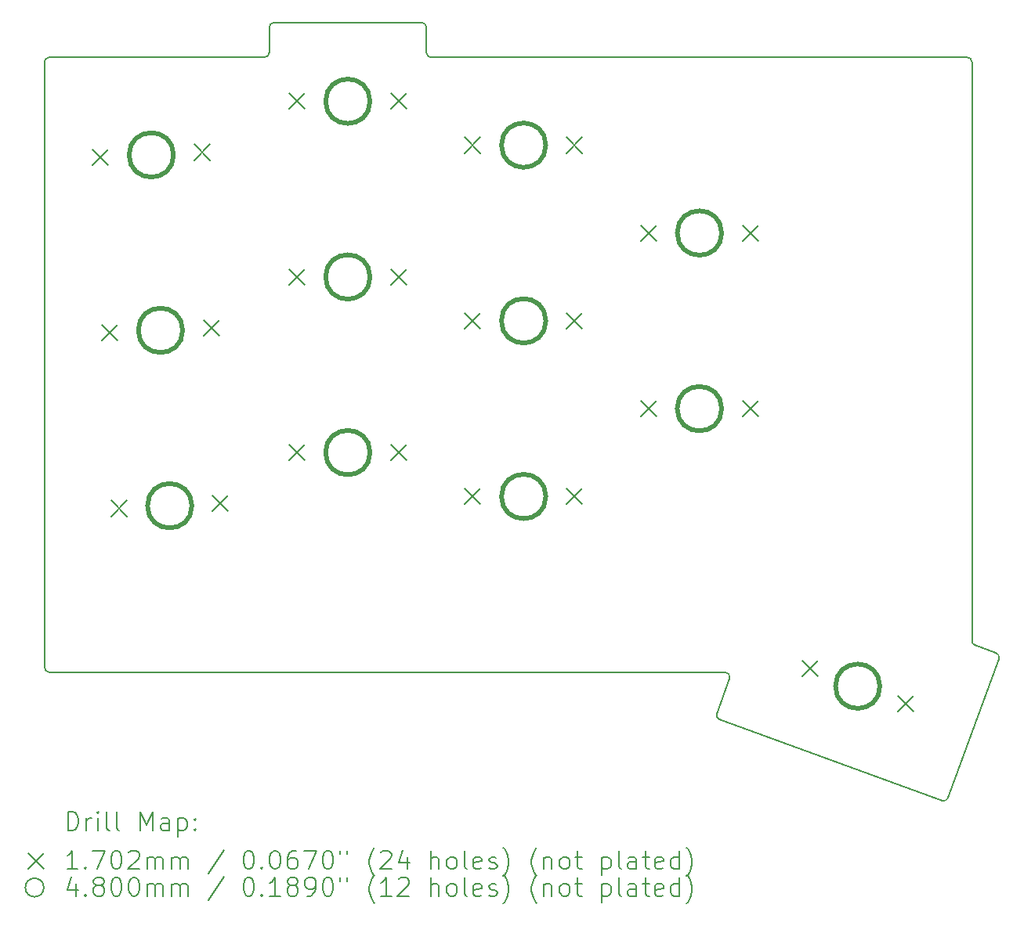
<source format=gbr>
%TF.GenerationSoftware,KiCad,Pcbnew,8.0.6-1.fc41*%
%TF.CreationDate,2024-12-09T10:01:17+11:00*%
%TF.ProjectId,pueo-mx-spaced,7075656f-2d6d-4782-9d73-70616365642e,0.1*%
%TF.SameCoordinates,Original*%
%TF.FileFunction,Drillmap*%
%TF.FilePolarity,Positive*%
%FSLAX45Y45*%
G04 Gerber Fmt 4.5, Leading zero omitted, Abs format (unit mm)*
G04 Created by KiCad (PCBNEW 8.0.6-1.fc41) date 2024-12-09 10:01:17*
%MOMM*%
%LPD*%
G01*
G04 APERTURE LIST*
%ADD10C,0.150000*%
%ADD11C,0.200000*%
%ADD12C,0.170180*%
%ADD13C,0.480000*%
G04 APERTURE END LIST*
D10*
X12739162Y-5250846D02*
G75*
G02*
X12789162Y-5200852I49998J-4D01*
G01*
X20593719Y-12017270D02*
X20367061Y-11934773D01*
X12739162Y-5525847D02*
G75*
G02*
X12689162Y-5575852I-50002J-3D01*
G01*
X20334162Y-11887789D02*
X20334162Y-5625847D01*
X10311662Y-5625847D02*
G75*
G02*
X10361662Y-5575852I49998J-3D01*
G01*
X20076371Y-13584864D02*
G75*
G02*
X20012285Y-13614746I-46981J17094D01*
G01*
X14489162Y-5575847D02*
G75*
G02*
X14439163Y-5525847I8J50007D01*
G01*
X17713535Y-12292948D02*
X17574721Y-12674338D01*
X20284162Y-5575847D02*
G75*
G02*
X20334163Y-5625847I8J-49993D01*
G01*
X14389162Y-5200847D02*
X12789162Y-5200847D01*
X12689162Y-5575847D02*
X10361662Y-5575847D01*
X10311662Y-11453692D02*
X10311662Y-12175847D01*
X14439162Y-5525847D02*
X14439162Y-5250847D01*
X17604605Y-12738423D02*
G75*
G02*
X17574719Y-12674337I17096J46983D01*
G01*
X20076371Y-13584864D02*
X20623603Y-12081356D01*
X17604605Y-12738423D02*
X20012285Y-13614747D01*
X20284162Y-5575847D02*
X14489162Y-5575847D01*
X17666551Y-12225847D02*
G75*
G02*
X17713535Y-12292948I9J-49993D01*
G01*
X10361662Y-12225847D02*
X17666551Y-12225847D01*
X10311662Y-5625847D02*
X10311662Y-11453692D01*
X10361662Y-12225847D02*
G75*
G02*
X10311663Y-12175847I8J50007D01*
G01*
X20593719Y-12017270D02*
G75*
G02*
X20623610Y-12081359I-17099J-46990D01*
G01*
X20367061Y-11934773D02*
G75*
G02*
X20334168Y-11887789I17109J46984D01*
G01*
X14389162Y-5200847D02*
G75*
G02*
X14439163Y-5250847I8J-49993D01*
G01*
X12739162Y-5250846D02*
X12739162Y-5525847D01*
D11*
D12*
X10831076Y-6574908D02*
X11001256Y-6745088D01*
X11001256Y-6574908D02*
X10831076Y-6745088D01*
X10930515Y-8472303D02*
X11100695Y-8642483D01*
X11100695Y-8472303D02*
X10930515Y-8642483D01*
X11029953Y-10369700D02*
X11200133Y-10539880D01*
X11200133Y-10369700D02*
X11029953Y-10539880D01*
X11929569Y-6517338D02*
X12099749Y-6687518D01*
X12099749Y-6517338D02*
X11929569Y-6687518D01*
X12029007Y-8414734D02*
X12199187Y-8584914D01*
X12199187Y-8414734D02*
X12029007Y-8584914D01*
X12128445Y-10312130D02*
X12298625Y-10482310D01*
X12298625Y-10312130D02*
X12128445Y-10482310D01*
X12954072Y-7865756D02*
X13124252Y-8035936D01*
X13124252Y-7865756D02*
X12954072Y-8035936D01*
X12954072Y-9765757D02*
X13124252Y-9935937D01*
X13124252Y-9765757D02*
X12954072Y-9935937D01*
X12954072Y-5965756D02*
X13124252Y-6135936D01*
X13124252Y-5965756D02*
X12954072Y-6135936D01*
X14054071Y-7865757D02*
X14224251Y-8035937D01*
X14224251Y-7865757D02*
X14054071Y-8035937D01*
X14054071Y-9765757D02*
X14224251Y-9935937D01*
X14224251Y-9765757D02*
X14054071Y-9935937D01*
X14054072Y-5965757D02*
X14224252Y-6135937D01*
X14224252Y-5965757D02*
X14054072Y-6135937D01*
X14854072Y-10240756D02*
X15024252Y-10410936D01*
X15024252Y-10240756D02*
X14854072Y-10410936D01*
X14854072Y-6440757D02*
X15024252Y-6610937D01*
X15024252Y-6440757D02*
X14854072Y-6610937D01*
X14854072Y-8340757D02*
X15024252Y-8510937D01*
X15024252Y-8340757D02*
X14854072Y-8510937D01*
X15954072Y-10240757D02*
X16124252Y-10410937D01*
X16124252Y-10240757D02*
X15954072Y-10410937D01*
X15954072Y-6440757D02*
X16124252Y-6610937D01*
X16124252Y-6440757D02*
X15954072Y-6610937D01*
X15954072Y-8340757D02*
X16124252Y-8510937D01*
X16124252Y-8340757D02*
X15954072Y-8510937D01*
X16754072Y-9290756D02*
X16924252Y-9460936D01*
X16924252Y-9290756D02*
X16754072Y-9460936D01*
X16754072Y-7390757D02*
X16924252Y-7560937D01*
X16924252Y-7390757D02*
X16754072Y-7560937D01*
X17854072Y-9290757D02*
X18024252Y-9460937D01*
X18024252Y-9290757D02*
X17854072Y-9460937D01*
X17854072Y-7390757D02*
X18024252Y-7560937D01*
X18024252Y-7390757D02*
X17854072Y-7560937D01*
X18497241Y-12104646D02*
X18667421Y-12274826D01*
X18667421Y-12104646D02*
X18497241Y-12274826D01*
X19530903Y-12480868D02*
X19701083Y-12651048D01*
X19701083Y-12480868D02*
X19530903Y-12651048D01*
D13*
X11705413Y-6631213D02*
G75*
G02*
X11225413Y-6631213I-240000J0D01*
G01*
X11225413Y-6631213D02*
G75*
G02*
X11705413Y-6631213I240000J0D01*
G01*
X11804851Y-8528608D02*
G75*
G02*
X11324851Y-8528608I-240000J0D01*
G01*
X11324851Y-8528608D02*
G75*
G02*
X11804851Y-8528608I240000J0D01*
G01*
X11904289Y-10426005D02*
G75*
G02*
X11424289Y-10426005I-240000J0D01*
G01*
X11424289Y-10426005D02*
G75*
G02*
X11904289Y-10426005I240000J0D01*
G01*
X13829161Y-7950847D02*
G75*
G02*
X13349161Y-7950847I-240000J0D01*
G01*
X13349161Y-7950847D02*
G75*
G02*
X13829161Y-7950847I240000J0D01*
G01*
X13829162Y-9850847D02*
G75*
G02*
X13349162Y-9850847I-240000J0D01*
G01*
X13349162Y-9850847D02*
G75*
G02*
X13829162Y-9850847I240000J0D01*
G01*
X13829162Y-6050847D02*
G75*
G02*
X13349162Y-6050847I-240000J0D01*
G01*
X13349162Y-6050847D02*
G75*
G02*
X13829162Y-6050847I240000J0D01*
G01*
X15729162Y-10325847D02*
G75*
G02*
X15249162Y-10325847I-240000J0D01*
G01*
X15249162Y-10325847D02*
G75*
G02*
X15729162Y-10325847I240000J0D01*
G01*
X15729162Y-6525847D02*
G75*
G02*
X15249162Y-6525847I-240000J0D01*
G01*
X15249162Y-6525847D02*
G75*
G02*
X15729162Y-6525847I240000J0D01*
G01*
X15729162Y-8425847D02*
G75*
G02*
X15249162Y-8425847I-240000J0D01*
G01*
X15249162Y-8425847D02*
G75*
G02*
X15729162Y-8425847I240000J0D01*
G01*
X17629162Y-9375847D02*
G75*
G02*
X17149162Y-9375847I-240000J0D01*
G01*
X17149162Y-9375847D02*
G75*
G02*
X17629162Y-9375847I240000J0D01*
G01*
X17629162Y-7475847D02*
G75*
G02*
X17149162Y-7475847I-240000J0D01*
G01*
X17149162Y-7475847D02*
G75*
G02*
X17629162Y-7475847I240000J0D01*
G01*
X19339162Y-12377847D02*
G75*
G02*
X18859162Y-12377847I-240000J0D01*
G01*
X18859162Y-12377847D02*
G75*
G02*
X19339162Y-12377847I240000J0D01*
G01*
D11*
X10564939Y-13936747D02*
X10564939Y-13736747D01*
X10564939Y-13736747D02*
X10612558Y-13736747D01*
X10612558Y-13736747D02*
X10641129Y-13746271D01*
X10641129Y-13746271D02*
X10660177Y-13765319D01*
X10660177Y-13765319D02*
X10669700Y-13784366D01*
X10669700Y-13784366D02*
X10679224Y-13822462D01*
X10679224Y-13822462D02*
X10679224Y-13851033D01*
X10679224Y-13851033D02*
X10669700Y-13889128D01*
X10669700Y-13889128D02*
X10660177Y-13908176D01*
X10660177Y-13908176D02*
X10641129Y-13927224D01*
X10641129Y-13927224D02*
X10612558Y-13936747D01*
X10612558Y-13936747D02*
X10564939Y-13936747D01*
X10764939Y-13936747D02*
X10764939Y-13803414D01*
X10764939Y-13841509D02*
X10774462Y-13822462D01*
X10774462Y-13822462D02*
X10783986Y-13812938D01*
X10783986Y-13812938D02*
X10803034Y-13803414D01*
X10803034Y-13803414D02*
X10822081Y-13803414D01*
X10888748Y-13936747D02*
X10888748Y-13803414D01*
X10888748Y-13736747D02*
X10879224Y-13746271D01*
X10879224Y-13746271D02*
X10888748Y-13755795D01*
X10888748Y-13755795D02*
X10898272Y-13746271D01*
X10898272Y-13746271D02*
X10888748Y-13736747D01*
X10888748Y-13736747D02*
X10888748Y-13755795D01*
X11012558Y-13936747D02*
X10993510Y-13927224D01*
X10993510Y-13927224D02*
X10983986Y-13908176D01*
X10983986Y-13908176D02*
X10983986Y-13736747D01*
X11117319Y-13936747D02*
X11098272Y-13927224D01*
X11098272Y-13927224D02*
X11088748Y-13908176D01*
X11088748Y-13908176D02*
X11088748Y-13736747D01*
X11345891Y-13936747D02*
X11345891Y-13736747D01*
X11345891Y-13736747D02*
X11412558Y-13879605D01*
X11412558Y-13879605D02*
X11479224Y-13736747D01*
X11479224Y-13736747D02*
X11479224Y-13936747D01*
X11660177Y-13936747D02*
X11660177Y-13831986D01*
X11660177Y-13831986D02*
X11650653Y-13812938D01*
X11650653Y-13812938D02*
X11631605Y-13803414D01*
X11631605Y-13803414D02*
X11593510Y-13803414D01*
X11593510Y-13803414D02*
X11574462Y-13812938D01*
X11660177Y-13927224D02*
X11641129Y-13936747D01*
X11641129Y-13936747D02*
X11593510Y-13936747D01*
X11593510Y-13936747D02*
X11574462Y-13927224D01*
X11574462Y-13927224D02*
X11564938Y-13908176D01*
X11564938Y-13908176D02*
X11564938Y-13889128D01*
X11564938Y-13889128D02*
X11574462Y-13870081D01*
X11574462Y-13870081D02*
X11593510Y-13860557D01*
X11593510Y-13860557D02*
X11641129Y-13860557D01*
X11641129Y-13860557D02*
X11660177Y-13851033D01*
X11755415Y-13803414D02*
X11755415Y-14003414D01*
X11755415Y-13812938D02*
X11774462Y-13803414D01*
X11774462Y-13803414D02*
X11812558Y-13803414D01*
X11812558Y-13803414D02*
X11831605Y-13812938D01*
X11831605Y-13812938D02*
X11841129Y-13822462D01*
X11841129Y-13822462D02*
X11850653Y-13841509D01*
X11850653Y-13841509D02*
X11850653Y-13898652D01*
X11850653Y-13898652D02*
X11841129Y-13917700D01*
X11841129Y-13917700D02*
X11831605Y-13927224D01*
X11831605Y-13927224D02*
X11812558Y-13936747D01*
X11812558Y-13936747D02*
X11774462Y-13936747D01*
X11774462Y-13936747D02*
X11755415Y-13927224D01*
X11936367Y-13917700D02*
X11945891Y-13927224D01*
X11945891Y-13927224D02*
X11936367Y-13936747D01*
X11936367Y-13936747D02*
X11926843Y-13927224D01*
X11926843Y-13927224D02*
X11936367Y-13917700D01*
X11936367Y-13917700D02*
X11936367Y-13936747D01*
X11936367Y-13812938D02*
X11945891Y-13822462D01*
X11945891Y-13822462D02*
X11936367Y-13831986D01*
X11936367Y-13831986D02*
X11926843Y-13822462D01*
X11926843Y-13822462D02*
X11936367Y-13812938D01*
X11936367Y-13812938D02*
X11936367Y-13831986D01*
D12*
X10133982Y-14180174D02*
X10304162Y-14350354D01*
X10304162Y-14180174D02*
X10133982Y-14350354D01*
D11*
X10669700Y-14356747D02*
X10555415Y-14356747D01*
X10612558Y-14356747D02*
X10612558Y-14156747D01*
X10612558Y-14156747D02*
X10593510Y-14185319D01*
X10593510Y-14185319D02*
X10574462Y-14204366D01*
X10574462Y-14204366D02*
X10555415Y-14213890D01*
X10755415Y-14337700D02*
X10764939Y-14347224D01*
X10764939Y-14347224D02*
X10755415Y-14356747D01*
X10755415Y-14356747D02*
X10745891Y-14347224D01*
X10745891Y-14347224D02*
X10755415Y-14337700D01*
X10755415Y-14337700D02*
X10755415Y-14356747D01*
X10831605Y-14156747D02*
X10964939Y-14156747D01*
X10964939Y-14156747D02*
X10879224Y-14356747D01*
X11079224Y-14156747D02*
X11098272Y-14156747D01*
X11098272Y-14156747D02*
X11117320Y-14166271D01*
X11117320Y-14166271D02*
X11126843Y-14175795D01*
X11126843Y-14175795D02*
X11136367Y-14194843D01*
X11136367Y-14194843D02*
X11145891Y-14232938D01*
X11145891Y-14232938D02*
X11145891Y-14280557D01*
X11145891Y-14280557D02*
X11136367Y-14318652D01*
X11136367Y-14318652D02*
X11126843Y-14337700D01*
X11126843Y-14337700D02*
X11117320Y-14347224D01*
X11117320Y-14347224D02*
X11098272Y-14356747D01*
X11098272Y-14356747D02*
X11079224Y-14356747D01*
X11079224Y-14356747D02*
X11060177Y-14347224D01*
X11060177Y-14347224D02*
X11050653Y-14337700D01*
X11050653Y-14337700D02*
X11041129Y-14318652D01*
X11041129Y-14318652D02*
X11031605Y-14280557D01*
X11031605Y-14280557D02*
X11031605Y-14232938D01*
X11031605Y-14232938D02*
X11041129Y-14194843D01*
X11041129Y-14194843D02*
X11050653Y-14175795D01*
X11050653Y-14175795D02*
X11060177Y-14166271D01*
X11060177Y-14166271D02*
X11079224Y-14156747D01*
X11222081Y-14175795D02*
X11231605Y-14166271D01*
X11231605Y-14166271D02*
X11250653Y-14156747D01*
X11250653Y-14156747D02*
X11298272Y-14156747D01*
X11298272Y-14156747D02*
X11317319Y-14166271D01*
X11317319Y-14166271D02*
X11326843Y-14175795D01*
X11326843Y-14175795D02*
X11336367Y-14194843D01*
X11336367Y-14194843D02*
X11336367Y-14213890D01*
X11336367Y-14213890D02*
X11326843Y-14242462D01*
X11326843Y-14242462D02*
X11212558Y-14356747D01*
X11212558Y-14356747D02*
X11336367Y-14356747D01*
X11422081Y-14356747D02*
X11422081Y-14223414D01*
X11422081Y-14242462D02*
X11431605Y-14232938D01*
X11431605Y-14232938D02*
X11450653Y-14223414D01*
X11450653Y-14223414D02*
X11479224Y-14223414D01*
X11479224Y-14223414D02*
X11498272Y-14232938D01*
X11498272Y-14232938D02*
X11507796Y-14251986D01*
X11507796Y-14251986D02*
X11507796Y-14356747D01*
X11507796Y-14251986D02*
X11517319Y-14232938D01*
X11517319Y-14232938D02*
X11536367Y-14223414D01*
X11536367Y-14223414D02*
X11564938Y-14223414D01*
X11564938Y-14223414D02*
X11583986Y-14232938D01*
X11583986Y-14232938D02*
X11593510Y-14251986D01*
X11593510Y-14251986D02*
X11593510Y-14356747D01*
X11688748Y-14356747D02*
X11688748Y-14223414D01*
X11688748Y-14242462D02*
X11698272Y-14232938D01*
X11698272Y-14232938D02*
X11717319Y-14223414D01*
X11717319Y-14223414D02*
X11745891Y-14223414D01*
X11745891Y-14223414D02*
X11764939Y-14232938D01*
X11764939Y-14232938D02*
X11774462Y-14251986D01*
X11774462Y-14251986D02*
X11774462Y-14356747D01*
X11774462Y-14251986D02*
X11783986Y-14232938D01*
X11783986Y-14232938D02*
X11803034Y-14223414D01*
X11803034Y-14223414D02*
X11831605Y-14223414D01*
X11831605Y-14223414D02*
X11850653Y-14232938D01*
X11850653Y-14232938D02*
X11860177Y-14251986D01*
X11860177Y-14251986D02*
X11860177Y-14356747D01*
X12250653Y-14147224D02*
X12079224Y-14404366D01*
X12507796Y-14156747D02*
X12526843Y-14156747D01*
X12526843Y-14156747D02*
X12545891Y-14166271D01*
X12545891Y-14166271D02*
X12555415Y-14175795D01*
X12555415Y-14175795D02*
X12564939Y-14194843D01*
X12564939Y-14194843D02*
X12574462Y-14232938D01*
X12574462Y-14232938D02*
X12574462Y-14280557D01*
X12574462Y-14280557D02*
X12564939Y-14318652D01*
X12564939Y-14318652D02*
X12555415Y-14337700D01*
X12555415Y-14337700D02*
X12545891Y-14347224D01*
X12545891Y-14347224D02*
X12526843Y-14356747D01*
X12526843Y-14356747D02*
X12507796Y-14356747D01*
X12507796Y-14356747D02*
X12488748Y-14347224D01*
X12488748Y-14347224D02*
X12479224Y-14337700D01*
X12479224Y-14337700D02*
X12469701Y-14318652D01*
X12469701Y-14318652D02*
X12460177Y-14280557D01*
X12460177Y-14280557D02*
X12460177Y-14232938D01*
X12460177Y-14232938D02*
X12469701Y-14194843D01*
X12469701Y-14194843D02*
X12479224Y-14175795D01*
X12479224Y-14175795D02*
X12488748Y-14166271D01*
X12488748Y-14166271D02*
X12507796Y-14156747D01*
X12660177Y-14337700D02*
X12669701Y-14347224D01*
X12669701Y-14347224D02*
X12660177Y-14356747D01*
X12660177Y-14356747D02*
X12650653Y-14347224D01*
X12650653Y-14347224D02*
X12660177Y-14337700D01*
X12660177Y-14337700D02*
X12660177Y-14356747D01*
X12793510Y-14156747D02*
X12812558Y-14156747D01*
X12812558Y-14156747D02*
X12831605Y-14166271D01*
X12831605Y-14166271D02*
X12841129Y-14175795D01*
X12841129Y-14175795D02*
X12850653Y-14194843D01*
X12850653Y-14194843D02*
X12860177Y-14232938D01*
X12860177Y-14232938D02*
X12860177Y-14280557D01*
X12860177Y-14280557D02*
X12850653Y-14318652D01*
X12850653Y-14318652D02*
X12841129Y-14337700D01*
X12841129Y-14337700D02*
X12831605Y-14347224D01*
X12831605Y-14347224D02*
X12812558Y-14356747D01*
X12812558Y-14356747D02*
X12793510Y-14356747D01*
X12793510Y-14356747D02*
X12774462Y-14347224D01*
X12774462Y-14347224D02*
X12764939Y-14337700D01*
X12764939Y-14337700D02*
X12755415Y-14318652D01*
X12755415Y-14318652D02*
X12745891Y-14280557D01*
X12745891Y-14280557D02*
X12745891Y-14232938D01*
X12745891Y-14232938D02*
X12755415Y-14194843D01*
X12755415Y-14194843D02*
X12764939Y-14175795D01*
X12764939Y-14175795D02*
X12774462Y-14166271D01*
X12774462Y-14166271D02*
X12793510Y-14156747D01*
X13031605Y-14156747D02*
X12993510Y-14156747D01*
X12993510Y-14156747D02*
X12974462Y-14166271D01*
X12974462Y-14166271D02*
X12964939Y-14175795D01*
X12964939Y-14175795D02*
X12945891Y-14204366D01*
X12945891Y-14204366D02*
X12936367Y-14242462D01*
X12936367Y-14242462D02*
X12936367Y-14318652D01*
X12936367Y-14318652D02*
X12945891Y-14337700D01*
X12945891Y-14337700D02*
X12955415Y-14347224D01*
X12955415Y-14347224D02*
X12974462Y-14356747D01*
X12974462Y-14356747D02*
X13012558Y-14356747D01*
X13012558Y-14356747D02*
X13031605Y-14347224D01*
X13031605Y-14347224D02*
X13041129Y-14337700D01*
X13041129Y-14337700D02*
X13050653Y-14318652D01*
X13050653Y-14318652D02*
X13050653Y-14271033D01*
X13050653Y-14271033D02*
X13041129Y-14251986D01*
X13041129Y-14251986D02*
X13031605Y-14242462D01*
X13031605Y-14242462D02*
X13012558Y-14232938D01*
X13012558Y-14232938D02*
X12974462Y-14232938D01*
X12974462Y-14232938D02*
X12955415Y-14242462D01*
X12955415Y-14242462D02*
X12945891Y-14251986D01*
X12945891Y-14251986D02*
X12936367Y-14271033D01*
X13117320Y-14156747D02*
X13250653Y-14156747D01*
X13250653Y-14156747D02*
X13164939Y-14356747D01*
X13364939Y-14156747D02*
X13383986Y-14156747D01*
X13383986Y-14156747D02*
X13403034Y-14166271D01*
X13403034Y-14166271D02*
X13412558Y-14175795D01*
X13412558Y-14175795D02*
X13422082Y-14194843D01*
X13422082Y-14194843D02*
X13431605Y-14232938D01*
X13431605Y-14232938D02*
X13431605Y-14280557D01*
X13431605Y-14280557D02*
X13422082Y-14318652D01*
X13422082Y-14318652D02*
X13412558Y-14337700D01*
X13412558Y-14337700D02*
X13403034Y-14347224D01*
X13403034Y-14347224D02*
X13383986Y-14356747D01*
X13383986Y-14356747D02*
X13364939Y-14356747D01*
X13364939Y-14356747D02*
X13345891Y-14347224D01*
X13345891Y-14347224D02*
X13336367Y-14337700D01*
X13336367Y-14337700D02*
X13326843Y-14318652D01*
X13326843Y-14318652D02*
X13317320Y-14280557D01*
X13317320Y-14280557D02*
X13317320Y-14232938D01*
X13317320Y-14232938D02*
X13326843Y-14194843D01*
X13326843Y-14194843D02*
X13336367Y-14175795D01*
X13336367Y-14175795D02*
X13345891Y-14166271D01*
X13345891Y-14166271D02*
X13364939Y-14156747D01*
X13507796Y-14156747D02*
X13507796Y-14194843D01*
X13583986Y-14156747D02*
X13583986Y-14194843D01*
X13879225Y-14432938D02*
X13869701Y-14423414D01*
X13869701Y-14423414D02*
X13850653Y-14394843D01*
X13850653Y-14394843D02*
X13841129Y-14375795D01*
X13841129Y-14375795D02*
X13831605Y-14347224D01*
X13831605Y-14347224D02*
X13822082Y-14299605D01*
X13822082Y-14299605D02*
X13822082Y-14261509D01*
X13822082Y-14261509D02*
X13831605Y-14213890D01*
X13831605Y-14213890D02*
X13841129Y-14185319D01*
X13841129Y-14185319D02*
X13850653Y-14166271D01*
X13850653Y-14166271D02*
X13869701Y-14137700D01*
X13869701Y-14137700D02*
X13879225Y-14128176D01*
X13945891Y-14175795D02*
X13955415Y-14166271D01*
X13955415Y-14166271D02*
X13974463Y-14156747D01*
X13974463Y-14156747D02*
X14022082Y-14156747D01*
X14022082Y-14156747D02*
X14041129Y-14166271D01*
X14041129Y-14166271D02*
X14050653Y-14175795D01*
X14050653Y-14175795D02*
X14060177Y-14194843D01*
X14060177Y-14194843D02*
X14060177Y-14213890D01*
X14060177Y-14213890D02*
X14050653Y-14242462D01*
X14050653Y-14242462D02*
X13936367Y-14356747D01*
X13936367Y-14356747D02*
X14060177Y-14356747D01*
X14231605Y-14223414D02*
X14231605Y-14356747D01*
X14183986Y-14147224D02*
X14136367Y-14290081D01*
X14136367Y-14290081D02*
X14260177Y-14290081D01*
X14488748Y-14356747D02*
X14488748Y-14156747D01*
X14574463Y-14356747D02*
X14574463Y-14251986D01*
X14574463Y-14251986D02*
X14564939Y-14232938D01*
X14564939Y-14232938D02*
X14545891Y-14223414D01*
X14545891Y-14223414D02*
X14517320Y-14223414D01*
X14517320Y-14223414D02*
X14498272Y-14232938D01*
X14498272Y-14232938D02*
X14488748Y-14242462D01*
X14698272Y-14356747D02*
X14679225Y-14347224D01*
X14679225Y-14347224D02*
X14669701Y-14337700D01*
X14669701Y-14337700D02*
X14660177Y-14318652D01*
X14660177Y-14318652D02*
X14660177Y-14261509D01*
X14660177Y-14261509D02*
X14669701Y-14242462D01*
X14669701Y-14242462D02*
X14679225Y-14232938D01*
X14679225Y-14232938D02*
X14698272Y-14223414D01*
X14698272Y-14223414D02*
X14726844Y-14223414D01*
X14726844Y-14223414D02*
X14745891Y-14232938D01*
X14745891Y-14232938D02*
X14755415Y-14242462D01*
X14755415Y-14242462D02*
X14764939Y-14261509D01*
X14764939Y-14261509D02*
X14764939Y-14318652D01*
X14764939Y-14318652D02*
X14755415Y-14337700D01*
X14755415Y-14337700D02*
X14745891Y-14347224D01*
X14745891Y-14347224D02*
X14726844Y-14356747D01*
X14726844Y-14356747D02*
X14698272Y-14356747D01*
X14879225Y-14356747D02*
X14860177Y-14347224D01*
X14860177Y-14347224D02*
X14850653Y-14328176D01*
X14850653Y-14328176D02*
X14850653Y-14156747D01*
X15031606Y-14347224D02*
X15012558Y-14356747D01*
X15012558Y-14356747D02*
X14974463Y-14356747D01*
X14974463Y-14356747D02*
X14955415Y-14347224D01*
X14955415Y-14347224D02*
X14945891Y-14328176D01*
X14945891Y-14328176D02*
X14945891Y-14251986D01*
X14945891Y-14251986D02*
X14955415Y-14232938D01*
X14955415Y-14232938D02*
X14974463Y-14223414D01*
X14974463Y-14223414D02*
X15012558Y-14223414D01*
X15012558Y-14223414D02*
X15031606Y-14232938D01*
X15031606Y-14232938D02*
X15041129Y-14251986D01*
X15041129Y-14251986D02*
X15041129Y-14271033D01*
X15041129Y-14271033D02*
X14945891Y-14290081D01*
X15117320Y-14347224D02*
X15136367Y-14356747D01*
X15136367Y-14356747D02*
X15174463Y-14356747D01*
X15174463Y-14356747D02*
X15193510Y-14347224D01*
X15193510Y-14347224D02*
X15203034Y-14328176D01*
X15203034Y-14328176D02*
X15203034Y-14318652D01*
X15203034Y-14318652D02*
X15193510Y-14299605D01*
X15193510Y-14299605D02*
X15174463Y-14290081D01*
X15174463Y-14290081D02*
X15145891Y-14290081D01*
X15145891Y-14290081D02*
X15126844Y-14280557D01*
X15126844Y-14280557D02*
X15117320Y-14261509D01*
X15117320Y-14261509D02*
X15117320Y-14251986D01*
X15117320Y-14251986D02*
X15126844Y-14232938D01*
X15126844Y-14232938D02*
X15145891Y-14223414D01*
X15145891Y-14223414D02*
X15174463Y-14223414D01*
X15174463Y-14223414D02*
X15193510Y-14232938D01*
X15269701Y-14432938D02*
X15279225Y-14423414D01*
X15279225Y-14423414D02*
X15298272Y-14394843D01*
X15298272Y-14394843D02*
X15307796Y-14375795D01*
X15307796Y-14375795D02*
X15317320Y-14347224D01*
X15317320Y-14347224D02*
X15326844Y-14299605D01*
X15326844Y-14299605D02*
X15326844Y-14261509D01*
X15326844Y-14261509D02*
X15317320Y-14213890D01*
X15317320Y-14213890D02*
X15307796Y-14185319D01*
X15307796Y-14185319D02*
X15298272Y-14166271D01*
X15298272Y-14166271D02*
X15279225Y-14137700D01*
X15279225Y-14137700D02*
X15269701Y-14128176D01*
X15631606Y-14432938D02*
X15622082Y-14423414D01*
X15622082Y-14423414D02*
X15603034Y-14394843D01*
X15603034Y-14394843D02*
X15593510Y-14375795D01*
X15593510Y-14375795D02*
X15583987Y-14347224D01*
X15583987Y-14347224D02*
X15574463Y-14299605D01*
X15574463Y-14299605D02*
X15574463Y-14261509D01*
X15574463Y-14261509D02*
X15583987Y-14213890D01*
X15583987Y-14213890D02*
X15593510Y-14185319D01*
X15593510Y-14185319D02*
X15603034Y-14166271D01*
X15603034Y-14166271D02*
X15622082Y-14137700D01*
X15622082Y-14137700D02*
X15631606Y-14128176D01*
X15707796Y-14223414D02*
X15707796Y-14356747D01*
X15707796Y-14242462D02*
X15717320Y-14232938D01*
X15717320Y-14232938D02*
X15736367Y-14223414D01*
X15736367Y-14223414D02*
X15764939Y-14223414D01*
X15764939Y-14223414D02*
X15783987Y-14232938D01*
X15783987Y-14232938D02*
X15793510Y-14251986D01*
X15793510Y-14251986D02*
X15793510Y-14356747D01*
X15917320Y-14356747D02*
X15898272Y-14347224D01*
X15898272Y-14347224D02*
X15888748Y-14337700D01*
X15888748Y-14337700D02*
X15879225Y-14318652D01*
X15879225Y-14318652D02*
X15879225Y-14261509D01*
X15879225Y-14261509D02*
X15888748Y-14242462D01*
X15888748Y-14242462D02*
X15898272Y-14232938D01*
X15898272Y-14232938D02*
X15917320Y-14223414D01*
X15917320Y-14223414D02*
X15945891Y-14223414D01*
X15945891Y-14223414D02*
X15964939Y-14232938D01*
X15964939Y-14232938D02*
X15974463Y-14242462D01*
X15974463Y-14242462D02*
X15983987Y-14261509D01*
X15983987Y-14261509D02*
X15983987Y-14318652D01*
X15983987Y-14318652D02*
X15974463Y-14337700D01*
X15974463Y-14337700D02*
X15964939Y-14347224D01*
X15964939Y-14347224D02*
X15945891Y-14356747D01*
X15945891Y-14356747D02*
X15917320Y-14356747D01*
X16041129Y-14223414D02*
X16117320Y-14223414D01*
X16069701Y-14156747D02*
X16069701Y-14328176D01*
X16069701Y-14328176D02*
X16079225Y-14347224D01*
X16079225Y-14347224D02*
X16098272Y-14356747D01*
X16098272Y-14356747D02*
X16117320Y-14356747D01*
X16336368Y-14223414D02*
X16336368Y-14423414D01*
X16336368Y-14232938D02*
X16355415Y-14223414D01*
X16355415Y-14223414D02*
X16393510Y-14223414D01*
X16393510Y-14223414D02*
X16412558Y-14232938D01*
X16412558Y-14232938D02*
X16422082Y-14242462D01*
X16422082Y-14242462D02*
X16431606Y-14261509D01*
X16431606Y-14261509D02*
X16431606Y-14318652D01*
X16431606Y-14318652D02*
X16422082Y-14337700D01*
X16422082Y-14337700D02*
X16412558Y-14347224D01*
X16412558Y-14347224D02*
X16393510Y-14356747D01*
X16393510Y-14356747D02*
X16355415Y-14356747D01*
X16355415Y-14356747D02*
X16336368Y-14347224D01*
X16545891Y-14356747D02*
X16526844Y-14347224D01*
X16526844Y-14347224D02*
X16517320Y-14328176D01*
X16517320Y-14328176D02*
X16517320Y-14156747D01*
X16707796Y-14356747D02*
X16707796Y-14251986D01*
X16707796Y-14251986D02*
X16698272Y-14232938D01*
X16698272Y-14232938D02*
X16679225Y-14223414D01*
X16679225Y-14223414D02*
X16641129Y-14223414D01*
X16641129Y-14223414D02*
X16622082Y-14232938D01*
X16707796Y-14347224D02*
X16688749Y-14356747D01*
X16688749Y-14356747D02*
X16641129Y-14356747D01*
X16641129Y-14356747D02*
X16622082Y-14347224D01*
X16622082Y-14347224D02*
X16612558Y-14328176D01*
X16612558Y-14328176D02*
X16612558Y-14309128D01*
X16612558Y-14309128D02*
X16622082Y-14290081D01*
X16622082Y-14290081D02*
X16641129Y-14280557D01*
X16641129Y-14280557D02*
X16688749Y-14280557D01*
X16688749Y-14280557D02*
X16707796Y-14271033D01*
X16774463Y-14223414D02*
X16850653Y-14223414D01*
X16803034Y-14156747D02*
X16803034Y-14328176D01*
X16803034Y-14328176D02*
X16812558Y-14347224D01*
X16812558Y-14347224D02*
X16831606Y-14356747D01*
X16831606Y-14356747D02*
X16850653Y-14356747D01*
X16993511Y-14347224D02*
X16974463Y-14356747D01*
X16974463Y-14356747D02*
X16936368Y-14356747D01*
X16936368Y-14356747D02*
X16917320Y-14347224D01*
X16917320Y-14347224D02*
X16907796Y-14328176D01*
X16907796Y-14328176D02*
X16907796Y-14251986D01*
X16907796Y-14251986D02*
X16917320Y-14232938D01*
X16917320Y-14232938D02*
X16936368Y-14223414D01*
X16936368Y-14223414D02*
X16974463Y-14223414D01*
X16974463Y-14223414D02*
X16993511Y-14232938D01*
X16993511Y-14232938D02*
X17003034Y-14251986D01*
X17003034Y-14251986D02*
X17003034Y-14271033D01*
X17003034Y-14271033D02*
X16907796Y-14290081D01*
X17174463Y-14356747D02*
X17174463Y-14156747D01*
X17174463Y-14347224D02*
X17155415Y-14356747D01*
X17155415Y-14356747D02*
X17117320Y-14356747D01*
X17117320Y-14356747D02*
X17098272Y-14347224D01*
X17098272Y-14347224D02*
X17088749Y-14337700D01*
X17088749Y-14337700D02*
X17079225Y-14318652D01*
X17079225Y-14318652D02*
X17079225Y-14261509D01*
X17079225Y-14261509D02*
X17088749Y-14242462D01*
X17088749Y-14242462D02*
X17098272Y-14232938D01*
X17098272Y-14232938D02*
X17117320Y-14223414D01*
X17117320Y-14223414D02*
X17155415Y-14223414D01*
X17155415Y-14223414D02*
X17174463Y-14232938D01*
X17250653Y-14432938D02*
X17260177Y-14423414D01*
X17260177Y-14423414D02*
X17279225Y-14394843D01*
X17279225Y-14394843D02*
X17288749Y-14375795D01*
X17288749Y-14375795D02*
X17298272Y-14347224D01*
X17298272Y-14347224D02*
X17307796Y-14299605D01*
X17307796Y-14299605D02*
X17307796Y-14261509D01*
X17307796Y-14261509D02*
X17298272Y-14213890D01*
X17298272Y-14213890D02*
X17288749Y-14185319D01*
X17288749Y-14185319D02*
X17279225Y-14166271D01*
X17279225Y-14166271D02*
X17260177Y-14137700D01*
X17260177Y-14137700D02*
X17250653Y-14128176D01*
X10304162Y-14555444D02*
G75*
G02*
X10104162Y-14555444I-100000J0D01*
G01*
X10104162Y-14555444D02*
G75*
G02*
X10304162Y-14555444I100000J0D01*
G01*
X10650653Y-14513594D02*
X10650653Y-14646927D01*
X10603034Y-14437404D02*
X10555415Y-14580261D01*
X10555415Y-14580261D02*
X10679224Y-14580261D01*
X10755415Y-14627880D02*
X10764939Y-14637404D01*
X10764939Y-14637404D02*
X10755415Y-14646927D01*
X10755415Y-14646927D02*
X10745891Y-14637404D01*
X10745891Y-14637404D02*
X10755415Y-14627880D01*
X10755415Y-14627880D02*
X10755415Y-14646927D01*
X10879224Y-14532642D02*
X10860177Y-14523118D01*
X10860177Y-14523118D02*
X10850653Y-14513594D01*
X10850653Y-14513594D02*
X10841129Y-14494546D01*
X10841129Y-14494546D02*
X10841129Y-14485023D01*
X10841129Y-14485023D02*
X10850653Y-14465975D01*
X10850653Y-14465975D02*
X10860177Y-14456451D01*
X10860177Y-14456451D02*
X10879224Y-14446927D01*
X10879224Y-14446927D02*
X10917320Y-14446927D01*
X10917320Y-14446927D02*
X10936367Y-14456451D01*
X10936367Y-14456451D02*
X10945891Y-14465975D01*
X10945891Y-14465975D02*
X10955415Y-14485023D01*
X10955415Y-14485023D02*
X10955415Y-14494546D01*
X10955415Y-14494546D02*
X10945891Y-14513594D01*
X10945891Y-14513594D02*
X10936367Y-14523118D01*
X10936367Y-14523118D02*
X10917320Y-14532642D01*
X10917320Y-14532642D02*
X10879224Y-14532642D01*
X10879224Y-14532642D02*
X10860177Y-14542166D01*
X10860177Y-14542166D02*
X10850653Y-14551689D01*
X10850653Y-14551689D02*
X10841129Y-14570737D01*
X10841129Y-14570737D02*
X10841129Y-14608832D01*
X10841129Y-14608832D02*
X10850653Y-14627880D01*
X10850653Y-14627880D02*
X10860177Y-14637404D01*
X10860177Y-14637404D02*
X10879224Y-14646927D01*
X10879224Y-14646927D02*
X10917320Y-14646927D01*
X10917320Y-14646927D02*
X10936367Y-14637404D01*
X10936367Y-14637404D02*
X10945891Y-14627880D01*
X10945891Y-14627880D02*
X10955415Y-14608832D01*
X10955415Y-14608832D02*
X10955415Y-14570737D01*
X10955415Y-14570737D02*
X10945891Y-14551689D01*
X10945891Y-14551689D02*
X10936367Y-14542166D01*
X10936367Y-14542166D02*
X10917320Y-14532642D01*
X11079224Y-14446927D02*
X11098272Y-14446927D01*
X11098272Y-14446927D02*
X11117320Y-14456451D01*
X11117320Y-14456451D02*
X11126843Y-14465975D01*
X11126843Y-14465975D02*
X11136367Y-14485023D01*
X11136367Y-14485023D02*
X11145891Y-14523118D01*
X11145891Y-14523118D02*
X11145891Y-14570737D01*
X11145891Y-14570737D02*
X11136367Y-14608832D01*
X11136367Y-14608832D02*
X11126843Y-14627880D01*
X11126843Y-14627880D02*
X11117320Y-14637404D01*
X11117320Y-14637404D02*
X11098272Y-14646927D01*
X11098272Y-14646927D02*
X11079224Y-14646927D01*
X11079224Y-14646927D02*
X11060177Y-14637404D01*
X11060177Y-14637404D02*
X11050653Y-14627880D01*
X11050653Y-14627880D02*
X11041129Y-14608832D01*
X11041129Y-14608832D02*
X11031605Y-14570737D01*
X11031605Y-14570737D02*
X11031605Y-14523118D01*
X11031605Y-14523118D02*
X11041129Y-14485023D01*
X11041129Y-14485023D02*
X11050653Y-14465975D01*
X11050653Y-14465975D02*
X11060177Y-14456451D01*
X11060177Y-14456451D02*
X11079224Y-14446927D01*
X11269700Y-14446927D02*
X11288748Y-14446927D01*
X11288748Y-14446927D02*
X11307796Y-14456451D01*
X11307796Y-14456451D02*
X11317319Y-14465975D01*
X11317319Y-14465975D02*
X11326843Y-14485023D01*
X11326843Y-14485023D02*
X11336367Y-14523118D01*
X11336367Y-14523118D02*
X11336367Y-14570737D01*
X11336367Y-14570737D02*
X11326843Y-14608832D01*
X11326843Y-14608832D02*
X11317319Y-14627880D01*
X11317319Y-14627880D02*
X11307796Y-14637404D01*
X11307796Y-14637404D02*
X11288748Y-14646927D01*
X11288748Y-14646927D02*
X11269700Y-14646927D01*
X11269700Y-14646927D02*
X11250653Y-14637404D01*
X11250653Y-14637404D02*
X11241129Y-14627880D01*
X11241129Y-14627880D02*
X11231605Y-14608832D01*
X11231605Y-14608832D02*
X11222081Y-14570737D01*
X11222081Y-14570737D02*
X11222081Y-14523118D01*
X11222081Y-14523118D02*
X11231605Y-14485023D01*
X11231605Y-14485023D02*
X11241129Y-14465975D01*
X11241129Y-14465975D02*
X11250653Y-14456451D01*
X11250653Y-14456451D02*
X11269700Y-14446927D01*
X11422081Y-14646927D02*
X11422081Y-14513594D01*
X11422081Y-14532642D02*
X11431605Y-14523118D01*
X11431605Y-14523118D02*
X11450653Y-14513594D01*
X11450653Y-14513594D02*
X11479224Y-14513594D01*
X11479224Y-14513594D02*
X11498272Y-14523118D01*
X11498272Y-14523118D02*
X11507796Y-14542166D01*
X11507796Y-14542166D02*
X11507796Y-14646927D01*
X11507796Y-14542166D02*
X11517319Y-14523118D01*
X11517319Y-14523118D02*
X11536367Y-14513594D01*
X11536367Y-14513594D02*
X11564938Y-14513594D01*
X11564938Y-14513594D02*
X11583986Y-14523118D01*
X11583986Y-14523118D02*
X11593510Y-14542166D01*
X11593510Y-14542166D02*
X11593510Y-14646927D01*
X11688748Y-14646927D02*
X11688748Y-14513594D01*
X11688748Y-14532642D02*
X11698272Y-14523118D01*
X11698272Y-14523118D02*
X11717319Y-14513594D01*
X11717319Y-14513594D02*
X11745891Y-14513594D01*
X11745891Y-14513594D02*
X11764939Y-14523118D01*
X11764939Y-14523118D02*
X11774462Y-14542166D01*
X11774462Y-14542166D02*
X11774462Y-14646927D01*
X11774462Y-14542166D02*
X11783986Y-14523118D01*
X11783986Y-14523118D02*
X11803034Y-14513594D01*
X11803034Y-14513594D02*
X11831605Y-14513594D01*
X11831605Y-14513594D02*
X11850653Y-14523118D01*
X11850653Y-14523118D02*
X11860177Y-14542166D01*
X11860177Y-14542166D02*
X11860177Y-14646927D01*
X12250653Y-14437404D02*
X12079224Y-14694546D01*
X12507796Y-14446927D02*
X12526843Y-14446927D01*
X12526843Y-14446927D02*
X12545891Y-14456451D01*
X12545891Y-14456451D02*
X12555415Y-14465975D01*
X12555415Y-14465975D02*
X12564939Y-14485023D01*
X12564939Y-14485023D02*
X12574462Y-14523118D01*
X12574462Y-14523118D02*
X12574462Y-14570737D01*
X12574462Y-14570737D02*
X12564939Y-14608832D01*
X12564939Y-14608832D02*
X12555415Y-14627880D01*
X12555415Y-14627880D02*
X12545891Y-14637404D01*
X12545891Y-14637404D02*
X12526843Y-14646927D01*
X12526843Y-14646927D02*
X12507796Y-14646927D01*
X12507796Y-14646927D02*
X12488748Y-14637404D01*
X12488748Y-14637404D02*
X12479224Y-14627880D01*
X12479224Y-14627880D02*
X12469701Y-14608832D01*
X12469701Y-14608832D02*
X12460177Y-14570737D01*
X12460177Y-14570737D02*
X12460177Y-14523118D01*
X12460177Y-14523118D02*
X12469701Y-14485023D01*
X12469701Y-14485023D02*
X12479224Y-14465975D01*
X12479224Y-14465975D02*
X12488748Y-14456451D01*
X12488748Y-14456451D02*
X12507796Y-14446927D01*
X12660177Y-14627880D02*
X12669701Y-14637404D01*
X12669701Y-14637404D02*
X12660177Y-14646927D01*
X12660177Y-14646927D02*
X12650653Y-14637404D01*
X12650653Y-14637404D02*
X12660177Y-14627880D01*
X12660177Y-14627880D02*
X12660177Y-14646927D01*
X12860177Y-14646927D02*
X12745891Y-14646927D01*
X12803034Y-14646927D02*
X12803034Y-14446927D01*
X12803034Y-14446927D02*
X12783986Y-14475499D01*
X12783986Y-14475499D02*
X12764939Y-14494546D01*
X12764939Y-14494546D02*
X12745891Y-14504070D01*
X12974462Y-14532642D02*
X12955415Y-14523118D01*
X12955415Y-14523118D02*
X12945891Y-14513594D01*
X12945891Y-14513594D02*
X12936367Y-14494546D01*
X12936367Y-14494546D02*
X12936367Y-14485023D01*
X12936367Y-14485023D02*
X12945891Y-14465975D01*
X12945891Y-14465975D02*
X12955415Y-14456451D01*
X12955415Y-14456451D02*
X12974462Y-14446927D01*
X12974462Y-14446927D02*
X13012558Y-14446927D01*
X13012558Y-14446927D02*
X13031605Y-14456451D01*
X13031605Y-14456451D02*
X13041129Y-14465975D01*
X13041129Y-14465975D02*
X13050653Y-14485023D01*
X13050653Y-14485023D02*
X13050653Y-14494546D01*
X13050653Y-14494546D02*
X13041129Y-14513594D01*
X13041129Y-14513594D02*
X13031605Y-14523118D01*
X13031605Y-14523118D02*
X13012558Y-14532642D01*
X13012558Y-14532642D02*
X12974462Y-14532642D01*
X12974462Y-14532642D02*
X12955415Y-14542166D01*
X12955415Y-14542166D02*
X12945891Y-14551689D01*
X12945891Y-14551689D02*
X12936367Y-14570737D01*
X12936367Y-14570737D02*
X12936367Y-14608832D01*
X12936367Y-14608832D02*
X12945891Y-14627880D01*
X12945891Y-14627880D02*
X12955415Y-14637404D01*
X12955415Y-14637404D02*
X12974462Y-14646927D01*
X12974462Y-14646927D02*
X13012558Y-14646927D01*
X13012558Y-14646927D02*
X13031605Y-14637404D01*
X13031605Y-14637404D02*
X13041129Y-14627880D01*
X13041129Y-14627880D02*
X13050653Y-14608832D01*
X13050653Y-14608832D02*
X13050653Y-14570737D01*
X13050653Y-14570737D02*
X13041129Y-14551689D01*
X13041129Y-14551689D02*
X13031605Y-14542166D01*
X13031605Y-14542166D02*
X13012558Y-14532642D01*
X13145891Y-14646927D02*
X13183986Y-14646927D01*
X13183986Y-14646927D02*
X13203034Y-14637404D01*
X13203034Y-14637404D02*
X13212558Y-14627880D01*
X13212558Y-14627880D02*
X13231605Y-14599308D01*
X13231605Y-14599308D02*
X13241129Y-14561213D01*
X13241129Y-14561213D02*
X13241129Y-14485023D01*
X13241129Y-14485023D02*
X13231605Y-14465975D01*
X13231605Y-14465975D02*
X13222082Y-14456451D01*
X13222082Y-14456451D02*
X13203034Y-14446927D01*
X13203034Y-14446927D02*
X13164939Y-14446927D01*
X13164939Y-14446927D02*
X13145891Y-14456451D01*
X13145891Y-14456451D02*
X13136367Y-14465975D01*
X13136367Y-14465975D02*
X13126843Y-14485023D01*
X13126843Y-14485023D02*
X13126843Y-14532642D01*
X13126843Y-14532642D02*
X13136367Y-14551689D01*
X13136367Y-14551689D02*
X13145891Y-14561213D01*
X13145891Y-14561213D02*
X13164939Y-14570737D01*
X13164939Y-14570737D02*
X13203034Y-14570737D01*
X13203034Y-14570737D02*
X13222082Y-14561213D01*
X13222082Y-14561213D02*
X13231605Y-14551689D01*
X13231605Y-14551689D02*
X13241129Y-14532642D01*
X13364939Y-14446927D02*
X13383986Y-14446927D01*
X13383986Y-14446927D02*
X13403034Y-14456451D01*
X13403034Y-14456451D02*
X13412558Y-14465975D01*
X13412558Y-14465975D02*
X13422082Y-14485023D01*
X13422082Y-14485023D02*
X13431605Y-14523118D01*
X13431605Y-14523118D02*
X13431605Y-14570737D01*
X13431605Y-14570737D02*
X13422082Y-14608832D01*
X13422082Y-14608832D02*
X13412558Y-14627880D01*
X13412558Y-14627880D02*
X13403034Y-14637404D01*
X13403034Y-14637404D02*
X13383986Y-14646927D01*
X13383986Y-14646927D02*
X13364939Y-14646927D01*
X13364939Y-14646927D02*
X13345891Y-14637404D01*
X13345891Y-14637404D02*
X13336367Y-14627880D01*
X13336367Y-14627880D02*
X13326843Y-14608832D01*
X13326843Y-14608832D02*
X13317320Y-14570737D01*
X13317320Y-14570737D02*
X13317320Y-14523118D01*
X13317320Y-14523118D02*
X13326843Y-14485023D01*
X13326843Y-14485023D02*
X13336367Y-14465975D01*
X13336367Y-14465975D02*
X13345891Y-14456451D01*
X13345891Y-14456451D02*
X13364939Y-14446927D01*
X13507796Y-14446927D02*
X13507796Y-14485023D01*
X13583986Y-14446927D02*
X13583986Y-14485023D01*
X13879225Y-14723118D02*
X13869701Y-14713594D01*
X13869701Y-14713594D02*
X13850653Y-14685023D01*
X13850653Y-14685023D02*
X13841129Y-14665975D01*
X13841129Y-14665975D02*
X13831605Y-14637404D01*
X13831605Y-14637404D02*
X13822082Y-14589785D01*
X13822082Y-14589785D02*
X13822082Y-14551689D01*
X13822082Y-14551689D02*
X13831605Y-14504070D01*
X13831605Y-14504070D02*
X13841129Y-14475499D01*
X13841129Y-14475499D02*
X13850653Y-14456451D01*
X13850653Y-14456451D02*
X13869701Y-14427880D01*
X13869701Y-14427880D02*
X13879225Y-14418356D01*
X14060177Y-14646927D02*
X13945891Y-14646927D01*
X14003034Y-14646927D02*
X14003034Y-14446927D01*
X14003034Y-14446927D02*
X13983986Y-14475499D01*
X13983986Y-14475499D02*
X13964939Y-14494546D01*
X13964939Y-14494546D02*
X13945891Y-14504070D01*
X14136367Y-14465975D02*
X14145891Y-14456451D01*
X14145891Y-14456451D02*
X14164939Y-14446927D01*
X14164939Y-14446927D02*
X14212558Y-14446927D01*
X14212558Y-14446927D02*
X14231605Y-14456451D01*
X14231605Y-14456451D02*
X14241129Y-14465975D01*
X14241129Y-14465975D02*
X14250653Y-14485023D01*
X14250653Y-14485023D02*
X14250653Y-14504070D01*
X14250653Y-14504070D02*
X14241129Y-14532642D01*
X14241129Y-14532642D02*
X14126844Y-14646927D01*
X14126844Y-14646927D02*
X14250653Y-14646927D01*
X14488748Y-14646927D02*
X14488748Y-14446927D01*
X14574463Y-14646927D02*
X14574463Y-14542166D01*
X14574463Y-14542166D02*
X14564939Y-14523118D01*
X14564939Y-14523118D02*
X14545891Y-14513594D01*
X14545891Y-14513594D02*
X14517320Y-14513594D01*
X14517320Y-14513594D02*
X14498272Y-14523118D01*
X14498272Y-14523118D02*
X14488748Y-14532642D01*
X14698272Y-14646927D02*
X14679225Y-14637404D01*
X14679225Y-14637404D02*
X14669701Y-14627880D01*
X14669701Y-14627880D02*
X14660177Y-14608832D01*
X14660177Y-14608832D02*
X14660177Y-14551689D01*
X14660177Y-14551689D02*
X14669701Y-14532642D01*
X14669701Y-14532642D02*
X14679225Y-14523118D01*
X14679225Y-14523118D02*
X14698272Y-14513594D01*
X14698272Y-14513594D02*
X14726844Y-14513594D01*
X14726844Y-14513594D02*
X14745891Y-14523118D01*
X14745891Y-14523118D02*
X14755415Y-14532642D01*
X14755415Y-14532642D02*
X14764939Y-14551689D01*
X14764939Y-14551689D02*
X14764939Y-14608832D01*
X14764939Y-14608832D02*
X14755415Y-14627880D01*
X14755415Y-14627880D02*
X14745891Y-14637404D01*
X14745891Y-14637404D02*
X14726844Y-14646927D01*
X14726844Y-14646927D02*
X14698272Y-14646927D01*
X14879225Y-14646927D02*
X14860177Y-14637404D01*
X14860177Y-14637404D02*
X14850653Y-14618356D01*
X14850653Y-14618356D02*
X14850653Y-14446927D01*
X15031606Y-14637404D02*
X15012558Y-14646927D01*
X15012558Y-14646927D02*
X14974463Y-14646927D01*
X14974463Y-14646927D02*
X14955415Y-14637404D01*
X14955415Y-14637404D02*
X14945891Y-14618356D01*
X14945891Y-14618356D02*
X14945891Y-14542166D01*
X14945891Y-14542166D02*
X14955415Y-14523118D01*
X14955415Y-14523118D02*
X14974463Y-14513594D01*
X14974463Y-14513594D02*
X15012558Y-14513594D01*
X15012558Y-14513594D02*
X15031606Y-14523118D01*
X15031606Y-14523118D02*
X15041129Y-14542166D01*
X15041129Y-14542166D02*
X15041129Y-14561213D01*
X15041129Y-14561213D02*
X14945891Y-14580261D01*
X15117320Y-14637404D02*
X15136367Y-14646927D01*
X15136367Y-14646927D02*
X15174463Y-14646927D01*
X15174463Y-14646927D02*
X15193510Y-14637404D01*
X15193510Y-14637404D02*
X15203034Y-14618356D01*
X15203034Y-14618356D02*
X15203034Y-14608832D01*
X15203034Y-14608832D02*
X15193510Y-14589785D01*
X15193510Y-14589785D02*
X15174463Y-14580261D01*
X15174463Y-14580261D02*
X15145891Y-14580261D01*
X15145891Y-14580261D02*
X15126844Y-14570737D01*
X15126844Y-14570737D02*
X15117320Y-14551689D01*
X15117320Y-14551689D02*
X15117320Y-14542166D01*
X15117320Y-14542166D02*
X15126844Y-14523118D01*
X15126844Y-14523118D02*
X15145891Y-14513594D01*
X15145891Y-14513594D02*
X15174463Y-14513594D01*
X15174463Y-14513594D02*
X15193510Y-14523118D01*
X15269701Y-14723118D02*
X15279225Y-14713594D01*
X15279225Y-14713594D02*
X15298272Y-14685023D01*
X15298272Y-14685023D02*
X15307796Y-14665975D01*
X15307796Y-14665975D02*
X15317320Y-14637404D01*
X15317320Y-14637404D02*
X15326844Y-14589785D01*
X15326844Y-14589785D02*
X15326844Y-14551689D01*
X15326844Y-14551689D02*
X15317320Y-14504070D01*
X15317320Y-14504070D02*
X15307796Y-14475499D01*
X15307796Y-14475499D02*
X15298272Y-14456451D01*
X15298272Y-14456451D02*
X15279225Y-14427880D01*
X15279225Y-14427880D02*
X15269701Y-14418356D01*
X15631606Y-14723118D02*
X15622082Y-14713594D01*
X15622082Y-14713594D02*
X15603034Y-14685023D01*
X15603034Y-14685023D02*
X15593510Y-14665975D01*
X15593510Y-14665975D02*
X15583987Y-14637404D01*
X15583987Y-14637404D02*
X15574463Y-14589785D01*
X15574463Y-14589785D02*
X15574463Y-14551689D01*
X15574463Y-14551689D02*
X15583987Y-14504070D01*
X15583987Y-14504070D02*
X15593510Y-14475499D01*
X15593510Y-14475499D02*
X15603034Y-14456451D01*
X15603034Y-14456451D02*
X15622082Y-14427880D01*
X15622082Y-14427880D02*
X15631606Y-14418356D01*
X15707796Y-14513594D02*
X15707796Y-14646927D01*
X15707796Y-14532642D02*
X15717320Y-14523118D01*
X15717320Y-14523118D02*
X15736367Y-14513594D01*
X15736367Y-14513594D02*
X15764939Y-14513594D01*
X15764939Y-14513594D02*
X15783987Y-14523118D01*
X15783987Y-14523118D02*
X15793510Y-14542166D01*
X15793510Y-14542166D02*
X15793510Y-14646927D01*
X15917320Y-14646927D02*
X15898272Y-14637404D01*
X15898272Y-14637404D02*
X15888748Y-14627880D01*
X15888748Y-14627880D02*
X15879225Y-14608832D01*
X15879225Y-14608832D02*
X15879225Y-14551689D01*
X15879225Y-14551689D02*
X15888748Y-14532642D01*
X15888748Y-14532642D02*
X15898272Y-14523118D01*
X15898272Y-14523118D02*
X15917320Y-14513594D01*
X15917320Y-14513594D02*
X15945891Y-14513594D01*
X15945891Y-14513594D02*
X15964939Y-14523118D01*
X15964939Y-14523118D02*
X15974463Y-14532642D01*
X15974463Y-14532642D02*
X15983987Y-14551689D01*
X15983987Y-14551689D02*
X15983987Y-14608832D01*
X15983987Y-14608832D02*
X15974463Y-14627880D01*
X15974463Y-14627880D02*
X15964939Y-14637404D01*
X15964939Y-14637404D02*
X15945891Y-14646927D01*
X15945891Y-14646927D02*
X15917320Y-14646927D01*
X16041129Y-14513594D02*
X16117320Y-14513594D01*
X16069701Y-14446927D02*
X16069701Y-14618356D01*
X16069701Y-14618356D02*
X16079225Y-14637404D01*
X16079225Y-14637404D02*
X16098272Y-14646927D01*
X16098272Y-14646927D02*
X16117320Y-14646927D01*
X16336368Y-14513594D02*
X16336368Y-14713594D01*
X16336368Y-14523118D02*
X16355415Y-14513594D01*
X16355415Y-14513594D02*
X16393510Y-14513594D01*
X16393510Y-14513594D02*
X16412558Y-14523118D01*
X16412558Y-14523118D02*
X16422082Y-14532642D01*
X16422082Y-14532642D02*
X16431606Y-14551689D01*
X16431606Y-14551689D02*
X16431606Y-14608832D01*
X16431606Y-14608832D02*
X16422082Y-14627880D01*
X16422082Y-14627880D02*
X16412558Y-14637404D01*
X16412558Y-14637404D02*
X16393510Y-14646927D01*
X16393510Y-14646927D02*
X16355415Y-14646927D01*
X16355415Y-14646927D02*
X16336368Y-14637404D01*
X16545891Y-14646927D02*
X16526844Y-14637404D01*
X16526844Y-14637404D02*
X16517320Y-14618356D01*
X16517320Y-14618356D02*
X16517320Y-14446927D01*
X16707796Y-14646927D02*
X16707796Y-14542166D01*
X16707796Y-14542166D02*
X16698272Y-14523118D01*
X16698272Y-14523118D02*
X16679225Y-14513594D01*
X16679225Y-14513594D02*
X16641129Y-14513594D01*
X16641129Y-14513594D02*
X16622082Y-14523118D01*
X16707796Y-14637404D02*
X16688749Y-14646927D01*
X16688749Y-14646927D02*
X16641129Y-14646927D01*
X16641129Y-14646927D02*
X16622082Y-14637404D01*
X16622082Y-14637404D02*
X16612558Y-14618356D01*
X16612558Y-14618356D02*
X16612558Y-14599308D01*
X16612558Y-14599308D02*
X16622082Y-14580261D01*
X16622082Y-14580261D02*
X16641129Y-14570737D01*
X16641129Y-14570737D02*
X16688749Y-14570737D01*
X16688749Y-14570737D02*
X16707796Y-14561213D01*
X16774463Y-14513594D02*
X16850653Y-14513594D01*
X16803034Y-14446927D02*
X16803034Y-14618356D01*
X16803034Y-14618356D02*
X16812558Y-14637404D01*
X16812558Y-14637404D02*
X16831606Y-14646927D01*
X16831606Y-14646927D02*
X16850653Y-14646927D01*
X16993511Y-14637404D02*
X16974463Y-14646927D01*
X16974463Y-14646927D02*
X16936368Y-14646927D01*
X16936368Y-14646927D02*
X16917320Y-14637404D01*
X16917320Y-14637404D02*
X16907796Y-14618356D01*
X16907796Y-14618356D02*
X16907796Y-14542166D01*
X16907796Y-14542166D02*
X16917320Y-14523118D01*
X16917320Y-14523118D02*
X16936368Y-14513594D01*
X16936368Y-14513594D02*
X16974463Y-14513594D01*
X16974463Y-14513594D02*
X16993511Y-14523118D01*
X16993511Y-14523118D02*
X17003034Y-14542166D01*
X17003034Y-14542166D02*
X17003034Y-14561213D01*
X17003034Y-14561213D02*
X16907796Y-14580261D01*
X17174463Y-14646927D02*
X17174463Y-14446927D01*
X17174463Y-14637404D02*
X17155415Y-14646927D01*
X17155415Y-14646927D02*
X17117320Y-14646927D01*
X17117320Y-14646927D02*
X17098272Y-14637404D01*
X17098272Y-14637404D02*
X17088749Y-14627880D01*
X17088749Y-14627880D02*
X17079225Y-14608832D01*
X17079225Y-14608832D02*
X17079225Y-14551689D01*
X17079225Y-14551689D02*
X17088749Y-14532642D01*
X17088749Y-14532642D02*
X17098272Y-14523118D01*
X17098272Y-14523118D02*
X17117320Y-14513594D01*
X17117320Y-14513594D02*
X17155415Y-14513594D01*
X17155415Y-14513594D02*
X17174463Y-14523118D01*
X17250653Y-14723118D02*
X17260177Y-14713594D01*
X17260177Y-14713594D02*
X17279225Y-14685023D01*
X17279225Y-14685023D02*
X17288749Y-14665975D01*
X17288749Y-14665975D02*
X17298272Y-14637404D01*
X17298272Y-14637404D02*
X17307796Y-14589785D01*
X17307796Y-14589785D02*
X17307796Y-14551689D01*
X17307796Y-14551689D02*
X17298272Y-14504070D01*
X17298272Y-14504070D02*
X17288749Y-14475499D01*
X17288749Y-14475499D02*
X17279225Y-14456451D01*
X17279225Y-14456451D02*
X17260177Y-14427880D01*
X17260177Y-14427880D02*
X17250653Y-14418356D01*
M02*

</source>
